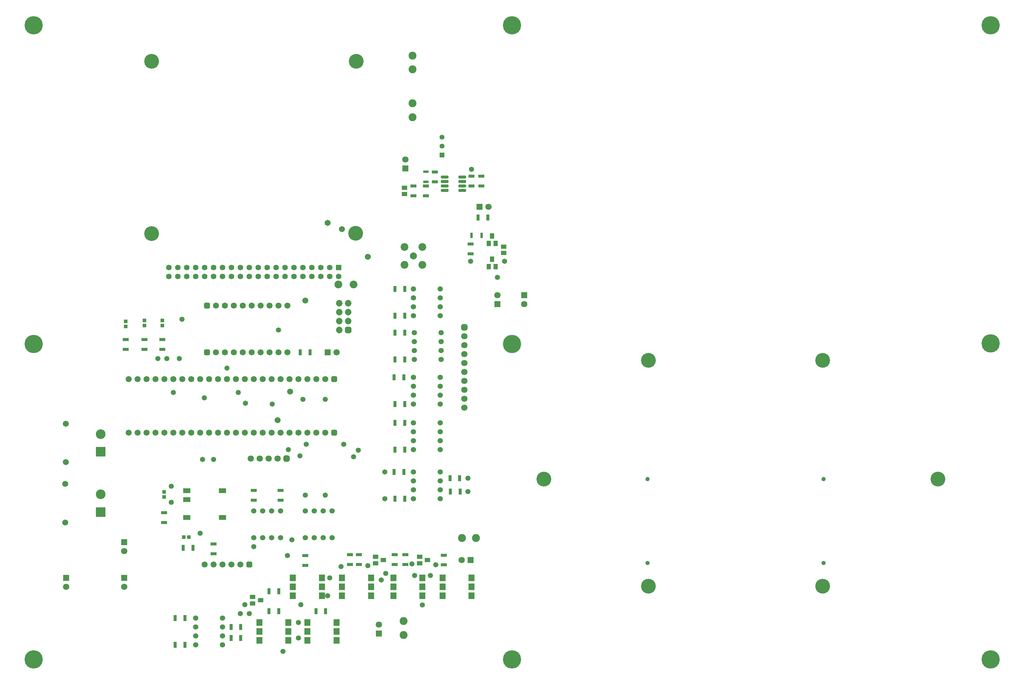
<source format=gts>
%FSTAX23Y23*%
%MOIN*%
%SFA1B1*%

%IPPOS*%
%AMD34*
4,1,8,0.035800,0.015800,-0.035800,0.015800,-0.042800,0.008900,-0.042800,-0.008900,-0.035800,-0.015800,0.035800,-0.015800,0.042800,-0.008900,0.042800,0.008900,0.035800,0.015800,0.0*
1,1,0.013906,0.035800,0.008900*
1,1,0.013906,-0.035800,0.008900*
1,1,0.013906,-0.035800,-0.008900*
1,1,0.013906,0.035800,-0.008900*
%
%AMD42*
4,1,8,-0.015700,-0.035500,0.015700,-0.035500,0.035500,-0.015700,0.035500,0.015700,0.015700,0.035500,-0.015700,0.035500,-0.035500,0.015700,-0.035500,-0.015700,-0.015700,-0.035500,0.0*
1,1,0.039496,-0.015700,-0.015700*
1,1,0.039496,0.015700,-0.015700*
1,1,0.039496,0.015700,0.015700*
1,1,0.039496,-0.015700,0.015700*
%
%AMD56*
4,1,8,-0.036500,0.016200,-0.036500,-0.016200,-0.016200,-0.036500,0.016200,-0.036500,0.036500,-0.016200,0.036500,0.016200,0.016200,0.036500,-0.016200,0.036500,-0.036500,0.016200,0.0*
1,1,0.040480,-0.016200,0.016200*
1,1,0.040480,-0.016200,-0.016200*
1,1,0.040480,0.016200,-0.016200*
1,1,0.040480,0.016200,0.016200*
%
%AMD59*
4,1,8,0.035500,-0.015700,0.035500,0.015700,0.015700,0.035500,-0.015700,0.035500,-0.035500,0.015700,-0.035500,-0.015700,-0.015700,-0.035500,0.015700,-0.035500,0.035500,-0.015700,0.0*
1,1,0.039496,0.015700,-0.015700*
1,1,0.039496,0.015700,0.015700*
1,1,0.039496,-0.015700,0.015700*
1,1,0.039496,-0.015700,-0.015700*
%
%AMD61*
4,1,8,-0.015000,-0.033900,0.015000,-0.033900,0.033900,-0.015000,0.033900,0.015000,0.015000,0.033900,-0.015000,0.033900,-0.033900,0.015000,-0.033900,-0.015000,-0.015000,-0.033900,0.0*
1,1,0.037921,-0.015000,-0.015000*
1,1,0.037921,0.015000,-0.015000*
1,1,0.037921,0.015000,0.015000*
1,1,0.037921,-0.015000,0.015000*
%
%ADD21R,0.067000X0.036000*%
%ADD22R,0.060992X0.025685*%
%ADD24R,0.025685X0.060992*%
%ADD26R,0.036000X0.067000*%
%ADD33R,0.039496X0.039496*%
G04~CAMADD=34~8~0.0~0.0~855.6~316.2~69.5~0.0~15~0.0~0.0~0.0~0.0~0~0.0~0.0~0.0~0.0~0~0.0~0.0~0.0~0.0~855.6~316.2*
%ADD34D34*%
%ADD35R,0.047370X0.063118*%
%ADD36R,0.064299X0.051307*%
%ADD37R,0.039496X0.039496*%
%ADD38R,0.067842X0.078079*%
%ADD39R,0.063118X0.047370*%
%ADD40R,0.078866X0.055244*%
%ADD41C,0.070992*%
G04~CAMADD=42~8~0.0~0.0~709.9~709.9~197.5~0.0~15~0.0~0.0~0.0~0.0~0~0.0~0.0~0.0~0.0~0~0.0~0.0~0.0~180.0~710.0~710.0*
%ADD42D42*%
%ADD43R,0.055000X0.055000*%
%ADD44C,0.055000*%
%ADD45C,0.071189*%
%ADD46R,0.071189X0.071189*%
%ADD47C,0.165480*%
%ADD48C,0.048000*%
%ADD49R,0.108393X0.108393*%
%ADD50C,0.108393*%
%ADD51C,0.067370*%
%ADD52R,0.071189X0.071189*%
%ADD53C,0.089000*%
%ADD54C,0.059181*%
%ADD55C,0.072960*%
G04~CAMADD=56~8~0.0~0.0~729.6~729.6~202.4~0.0~15~0.0~0.0~0.0~0.0~0~0.0~0.0~0.0~0.0~0~0.0~0.0~0.0~90.0~730.0~730.0*
%ADD56D56*%
%ADD57C,0.079000*%
%ADD58C,0.087000*%
G04~CAMADD=59~8~0.0~0.0~709.9~709.9~197.5~0.0~15~0.0~0.0~0.0~0.0~0~0.0~0.0~0.0~0.0~0~0.0~0.0~0.0~270.0~710.0~710.0*
%ADD59D59*%
%ADD60C,0.067842*%
G04~CAMADD=61~8~0.0~0.0~678.4~678.4~189.6~0.0~15~0.0~0.0~0.0~0.0~0~0.0~0.0~0.0~0.0~0~0.0~0.0~0.0~180.0~678.0~678.0*
%ADD61D61*%
%ADD62C,0.062724*%
%ADD63R,0.062724X0.062724*%
%ADD64C,0.058000*%
%ADD65C,0.067055*%
%ADD66C,0.086740*%
%ADD67C,0.204850*%
%LNmain-1*%
%LPD*%
G54D21*
X02625Y02104D03*
Y01996D03*
X02925Y02104D03*
Y01996D03*
X0506Y05624D03*
Y05516D03*
X014Y03686D03*
Y03794D03*
X0119Y03686D03*
Y03794D03*
X016Y03686D03*
Y03794D03*
X0517Y05516D03*
Y05624D03*
X0465Y05562D03*
Y0567D03*
X0505Y04756D03*
Y04864D03*
X0455Y05406D03*
Y05514D03*
X0441Y05406D03*
Y05514D03*
X0162Y01746D03*
Y01854D03*
X0432Y01384D03*
Y01276D03*
X038D03*
Y01384D03*
X037Y01276D03*
Y01384D03*
X02175Y01396D03*
Y01504D03*
X032Y01374D03*
Y01266D03*
X0475Y01379D03*
Y01271D03*
X042Y01276D03*
Y01384D03*
G54D22*
X0455Y05676D03*
Y05563D03*
G54D24*
X05063Y0496D03*
X05176D03*
G54D26*
X05136Y0516D03*
X05244D03*
X01944Y0146D03*
X01836D03*
X04934Y0209D03*
X04826D03*
X04196Y0231D03*
X04304D03*
X04928Y0224D03*
X0482D03*
X04206Y0201D03*
X04314D03*
X04206Y0436D03*
X04314D03*
X04206Y0406D03*
X04314D03*
X04206Y0387D03*
X04314D03*
X04206Y0357D03*
X04314D03*
X04196Y0337D03*
X04304D03*
X04206Y0307D03*
X04314D03*
X04206Y0286D03*
X04314D03*
X04206Y0256D03*
X04314D03*
X02479Y0045D03*
X02371D03*
X02479Y00575D03*
X02371D03*
X02904Y0075D03*
X02796D03*
X03429D03*
X03321D03*
X03254Y0365D03*
X03146D03*
X02904Y00975D03*
X02796D03*
X01746Y00675D03*
X01854D03*
X01746Y00375D03*
X01854D03*
G54D33*
X0119Y03999D03*
Y0394D03*
X014Y04009D03*
Y0395D03*
X016Y04009D03*
Y0395D03*
X0162Y02089D03*
Y0203D03*
G54D34*
X04957Y05615D03*
Y05565D03*
Y05515D03*
Y05465D03*
X04762D03*
Y05515D03*
Y05565D03*
Y05615D03*
G54D35*
X05255Y0461D03*
X0533D03*
X05292Y04696D03*
Y04956D03*
X0533Y0487D03*
X05255D03*
G54D36*
X0431Y05425D03*
Y05494D03*
X0542Y04834D03*
Y04765D03*
G54D37*
X01899Y0158D03*
X0184D03*
G54D38*
X03012Y00625D03*
Y00425D03*
Y00525D03*
X02687Y00625D03*
Y00425D03*
Y00525D03*
X03612Y00925D03*
Y01125D03*
Y01025D03*
X03937Y00925D03*
Y01125D03*
Y01025D03*
X0355Y00625D03*
Y00425D03*
Y00525D03*
X03225Y00625D03*
Y00425D03*
Y00525D03*
X05062Y01025D03*
Y01125D03*
Y00925D03*
X04737Y01025D03*
Y01125D03*
Y00925D03*
X04187D03*
Y01125D03*
Y01025D03*
X04512Y00925D03*
Y01125D03*
Y01025D03*
X03387D03*
Y01125D03*
Y00925D03*
X03062Y01025D03*
Y01125D03*
Y00925D03*
G54D39*
X027Y00875D03*
X02613Y00837D03*
Y00912D03*
X03988Y01362D03*
Y01287D03*
X04075Y01325D03*
X04481Y01362D03*
Y01287D03*
X04568Y01325D03*
G54D40*
X02275Y021D03*
Y018D03*
X01874D03*
Y02D03*
Y021D03*
G54D41*
X0279Y0246D03*
X0289D03*
X0269D03*
X0259D03*
X0498Y0303D03*
Y0313D03*
Y0343D03*
Y0363D03*
Y0383D03*
Y0373D03*
Y0353D03*
Y0333D03*
Y0323D03*
G54D42*
X0299Y0246D03*
G54D43*
X0473Y0586D03*
G54D44*
X0473Y0596D03*
Y0606D03*
G54D45*
X0432Y0581D03*
X0565Y0419D03*
X0525Y0528D03*
X0495Y01325D03*
X0355Y0365D03*
X01175Y01425D03*
Y01025D03*
X00525D03*
X04025Y006D03*
X0535Y0429D03*
G54D46*
X0432Y0571D03*
X0565Y0429D03*
X01175Y01525D03*
Y01125D03*
X00525D03*
X04025Y005D03*
X0535Y0419D03*
G54D47*
X0899Y0356D03*
Y0103D03*
X0704D03*
Y0356D03*
X1028Y0223D03*
X0587D03*
X0148Y0498D03*
Y0691D03*
X0377D03*
X03765Y04985D03*
G54D48*
X09Y0129D03*
Y0223D03*
X0703Y0129D03*
Y0223D03*
G54D49*
X00913Y02538D03*
X0091Y01863D03*
G54D50*
X00913Y02734D03*
X0091Y0206D03*
G54D51*
X0052Y02853D03*
Y0242D03*
X00516Y01745D03*
Y02178D03*
G54D52*
X0515Y0528D03*
X0505Y01325D03*
X0345Y0365D03*
G54D53*
X0511Y0157D03*
X04954D03*
X043Y00484D03*
Y0064D03*
X044Y0682D03*
Y06975D03*
Y06284D03*
Y0644D03*
G54D54*
X0471Y0201D03*
Y0211D03*
X0441Y0201D03*
Y0211D03*
X0471Y0231D03*
Y0221D03*
X0441D03*
Y0231D03*
X02925Y01875D03*
X02825D03*
Y01575D03*
X02925D03*
X02725Y01875D03*
X02625D03*
X02725Y01575D03*
X02625D03*
X0471Y0256D03*
Y0266D03*
X0441Y0256D03*
Y0266D03*
X0471Y0286D03*
Y0276D03*
X0441D03*
Y0286D03*
X0471Y0307D03*
Y0317D03*
X0441Y0307D03*
Y0317D03*
X0471Y0337D03*
Y0327D03*
X0441D03*
Y0337D03*
X0472Y0357D03*
Y0367D03*
X0442Y0357D03*
Y0367D03*
X0472Y0387D03*
Y0377D03*
X0442D03*
Y0387D03*
X0471Y0406D03*
Y0416D03*
X0441Y0406D03*
Y0416D03*
X0471Y0436D03*
Y0426D03*
X0441D03*
Y0436D03*
X02275Y00375D03*
Y00475D03*
X01975Y00375D03*
Y00475D03*
X02275Y00675D03*
Y00575D03*
X01975D03*
Y00675D03*
X035Y01875D03*
X034D03*
X035Y01575D03*
X034D03*
X032Y01875D03*
X033D03*
Y01575D03*
X032D03*
G54D55*
X0358Y042D03*
Y041D03*
X0368Y042D03*
Y041D03*
X0358Y039D03*
X0368Y04D03*
X0358D03*
G54D56*
X0368Y039D03*
G54D57*
X0441Y0473D03*
G54D58*
X0431Y0463D03*
X0451D03*
Y0483D03*
X0431D03*
G54D59*
X0498Y0393D03*
G54D60*
X01225Y0335D03*
X01325D03*
X01425D03*
X01525D03*
X01625D03*
X01725D03*
X01825D03*
X02125D03*
X02225D03*
X02325D03*
X02525D03*
X02725D03*
X02825D03*
X03025D03*
X03125D03*
X03225D03*
X03425D03*
X03325D03*
X02925D03*
X02625D03*
X02425D03*
X02025D03*
X01925D03*
X01225Y0275D03*
X01325D03*
X01425D03*
X01525D03*
X01625D03*
X01725D03*
X01825D03*
X02125D03*
X02225D03*
X02325D03*
X02525D03*
X02725D03*
X02825D03*
X03025D03*
X03125D03*
X03225D03*
X03425D03*
X03325D03*
X02925D03*
X02625D03*
X02425D03*
X02025D03*
X01925D03*
X027Y04175D03*
X023D03*
X022D03*
X024D03*
X025D03*
X026D03*
X028D03*
X029D03*
X03D03*
X027Y0365D03*
X023D03*
X022D03*
X024D03*
X025D03*
X026D03*
X028D03*
X029D03*
X03D03*
X02075Y01275D03*
X02175D03*
X02275D03*
X02475D03*
X02375D03*
G54D61*
X03525Y0335D03*
Y0275D03*
X021Y04175D03*
Y0365D03*
X02575Y01275D03*
G54D62*
X01675Y045D03*
Y046D03*
X01775Y045D03*
Y046D03*
X01875Y045D03*
Y046D03*
X01975Y045D03*
Y046D03*
X02075Y045D03*
Y046D03*
X02175Y045D03*
Y046D03*
X02275Y045D03*
Y046D03*
X02375Y045D03*
Y046D03*
X02475Y045D03*
Y046D03*
X02575Y045D03*
Y046D03*
X02675Y045D03*
Y046D03*
X02775Y045D03*
Y046D03*
X02875Y045D03*
Y046D03*
X02975Y045D03*
Y046D03*
X03075Y045D03*
Y046D03*
X03175Y045D03*
Y046D03*
X03275Y045D03*
Y046D03*
X03375Y045D03*
Y046D03*
X03475Y045D03*
Y046D03*
X03575Y045D03*
G54D63*
X03575Y046D03*
G54D64*
X0301Y0256D03*
X0506Y057D03*
X0535Y0449D03*
X0182Y0402D03*
X0543Y0467D03*
X0505D03*
X029Y039D03*
X0179Y0358D03*
X0155D03*
X0165D03*
X0502Y0209D03*
Y0224D03*
X0409Y0201D03*
Y0231D03*
X017Y0215D03*
Y0197D03*
X0451Y0082D03*
X0207Y0314D03*
X0283Y0307D03*
X0253Y0308D03*
X0374Y0248D03*
X0314Y0249D03*
X03795Y02555D03*
X04395Y0128D03*
X0321Y0262D03*
X0363D03*
X039Y0126D03*
X0466Y0127D03*
X0295Y003D03*
X02475Y00725D03*
X03125Y0045D03*
X02575Y00725D03*
X03425Y03125D03*
X03175D03*
X01725Y032D03*
X0245D03*
X04425Y0115D03*
X03475Y01125D03*
X046Y0115D03*
X0405Y011D03*
X041Y01175D03*
X036Y0125D03*
X0305Y0155D03*
X03Y01375D03*
X02025Y01625D03*
X02175Y0245D03*
X0205D03*
X03425Y0205D03*
X032D03*
X02325Y03475D03*
X0345Y00925D03*
X03125Y00625D03*
X0315Y00825D03*
X02625Y01475D03*
X02525Y00825D03*
G54D65*
X032Y0423D03*
X0289Y0289D03*
X0303Y0321D03*
X039Y0472D03*
X0361Y0503D03*
X0345Y051D03*
G54D66*
X0357Y0441D03*
X0374D03*
G54D67*
X05515Y03745D03*
Y0021D03*
Y07315D03*
X1087Y0021D03*
Y07315D03*
Y0375D03*
X0016Y03745D03*
Y07315D03*
Y0021D03*
M02*
</source>
